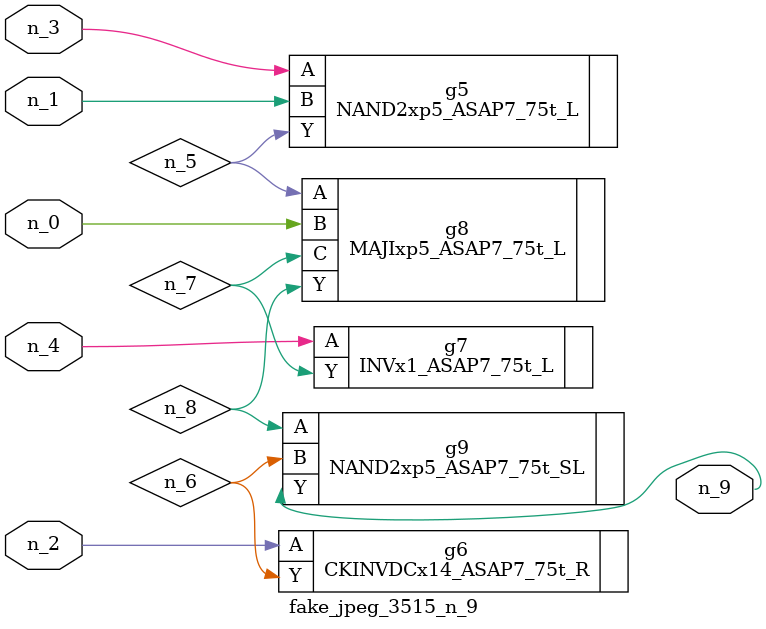
<source format=v>
module fake_jpeg_3515_n_9 (n_3, n_2, n_1, n_0, n_4, n_9);

input n_3;
input n_2;
input n_1;
input n_0;
input n_4;

output n_9;

wire n_8;
wire n_6;
wire n_5;
wire n_7;

NAND2xp5_ASAP7_75t_L g5 ( 
.A(n_3),
.B(n_1),
.Y(n_5)
);

CKINVDCx14_ASAP7_75t_R g6 ( 
.A(n_2),
.Y(n_6)
);

INVx1_ASAP7_75t_L g7 ( 
.A(n_4),
.Y(n_7)
);

MAJIxp5_ASAP7_75t_L g8 ( 
.A(n_5),
.B(n_0),
.C(n_7),
.Y(n_8)
);

NAND2xp5_ASAP7_75t_SL g9 ( 
.A(n_8),
.B(n_6),
.Y(n_9)
);


endmodule
</source>
